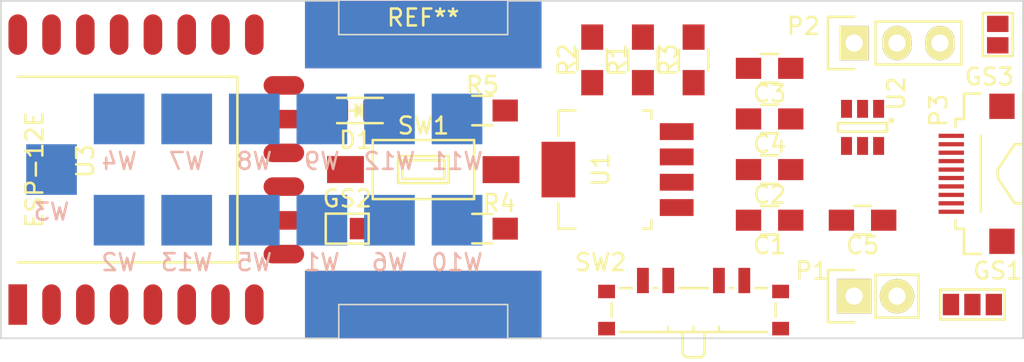
<source format=kicad_pcb>
(kicad_pcb (version 4) (host pcbnew 4.0.1-stable)

  (general
    (links 64)
    (no_connects 64)
    (area 117.949999 129.949999 178.550001 150.050001)
    (thickness 1.6)
    (drawings 12)
    (tracks 1)
    (zones 0)
    (modules 37)
    (nets 33)
  )

  (page A4)
  (layers
    (0 F.Cu signal)
    (31 B.Cu signal)
    (32 B.Adhes user hide)
    (33 F.Adhes user hide)
    (34 B.Paste user hide)
    (35 F.Paste user hide)
    (36 B.SilkS user)
    (37 F.SilkS user)
    (38 B.Mask user)
    (39 F.Mask user)
    (40 Dwgs.User user hide)
    (41 Cmts.User user hide)
    (42 Eco1.User user)
    (43 Eco2.User user hide)
    (44 Edge.Cuts user)
    (45 Margin user hide)
    (46 B.CrtYd user hide)
    (47 F.CrtYd user hide)
    (48 B.Fab user hide)
    (49 F.Fab user hide)
  )

  (setup
    (last_trace_width 0.254)
    (user_trace_width 0.1524)
    (user_trace_width 0.254)
    (trace_clearance 0.1524)
    (zone_clearance 0.1)
    (zone_45_only yes)
    (trace_min 0.1524)
    (segment_width 0.2)
    (edge_width 0.1)
    (via_size 0.6858)
    (via_drill 0.3302)
    (via_min_size 0.6858)
    (via_min_drill 0.3302)
    (uvia_size 0.762)
    (uvia_drill 0.508)
    (uvias_allowed no)
    (uvia_min_size 0)
    (uvia_min_drill 0)
    (pcb_text_width 0.3)
    (pcb_text_size 1.5 1.5)
    (mod_edge_width 0.15)
    (mod_text_size 1 1)
    (mod_text_width 0.15)
    (pad_size 3.8 10)
    (pad_drill 1.8)
    (pad_to_mask_clearance 0)
    (aux_axis_origin 0 0)
    (visible_elements 7FFFFFFF)
    (pcbplotparams
      (layerselection 0x00030_80000001)
      (usegerberextensions false)
      (excludeedgelayer true)
      (linewidth 0.100000)
      (plotframeref false)
      (viasonmask false)
      (mode 1)
      (useauxorigin false)
      (hpglpennumber 1)
      (hpglpenspeed 20)
      (hpglpendiameter 15)
      (hpglpenoverlay 2)
      (psnegative false)
      (psa4output false)
      (plotreference true)
      (plotvalue true)
      (plotinvisibletext false)
      (padsonsilk false)
      (subtractmaskfromsilk false)
      (outputformat 4)
      (mirror false)
      (drillshape 0)
      (scaleselection 1)
      (outputdirectory output/))
  )

  (net 0 "")
  (net 1 "Net-(C5-Pad1)")
  (net 2 "Net-(C5-Pad2)")
  (net 3 "Net-(P2-Pad2)")
  (net 4 "Net-(P2-Pad3)")
  (net 5 "Net-(P3-Pad1)")
  (net 6 "Net-(P3-Pad2)")
  (net 7 "Net-(R5-Pad2)")
  (net 8 "Net-(SW2-Pad2)")
  (net 9 "Net-(U1-Pad2)")
  (net 10 "Net-(U3-Pad2)")
  (net 11 +BATT)
  (net 12 GND)
  (net 13 +3V3)
  (net 14 +5V)
  (net 15 /MODECOM)
  (net 16 "Net-(GS2-Pad1)")
  (net 17 /RST)
  (net 18 /GPIO2)
  (net 19 /CH_PD)
  (net 20 /GPIO15)
  (net 21 "Net-(D1-Pad1)")
  (net 22 /GPIO0)
  (net 23 /GPIO4)
  (net 24 /GPIO5)
  (net 25 "Net-(U3-Pad9)")
  (net 26 "Net-(U3-Pad10)")
  (net 27 "Net-(U3-Pad11)")
  (net 28 "Net-(U3-Pad12)")
  (net 29 "Net-(U3-Pad13)")
  (net 30 "Net-(U3-Pad14)")
  (net 31 "Net-(U3-Pad6)")
  (net 32 "Net-(GS3-Pad2)")

  (net_class Default "This is the default net class."
    (clearance 0.1524)
    (trace_width 0.1524)
    (via_dia 0.6858)
    (via_drill 0.3302)
    (uvia_dia 0.762)
    (uvia_drill 0.508)
    (add_net +3V3)
    (add_net +5V)
    (add_net +BATT)
    (add_net /CH_PD)
    (add_net /GPIO0)
    (add_net /GPIO15)
    (add_net /GPIO2)
    (add_net /GPIO4)
    (add_net /GPIO5)
    (add_net /MODECOM)
    (add_net /RST)
    (add_net GND)
    (add_net "Net-(C5-Pad1)")
    (add_net "Net-(C5-Pad2)")
    (add_net "Net-(D1-Pad1)")
    (add_net "Net-(GS2-Pad1)")
    (add_net "Net-(GS3-Pad2)")
    (add_net "Net-(P2-Pad2)")
    (add_net "Net-(P2-Pad3)")
    (add_net "Net-(P3-Pad1)")
    (add_net "Net-(P3-Pad2)")
    (add_net "Net-(R5-Pad2)")
    (add_net "Net-(SW2-Pad2)")
    (add_net "Net-(U1-Pad2)")
    (add_net "Net-(U3-Pad10)")
    (add_net "Net-(U3-Pad11)")
    (add_net "Net-(U3-Pad12)")
    (add_net "Net-(U3-Pad13)")
    (add_net "Net-(U3-Pad14)")
    (add_net "Net-(U3-Pad2)")
    (add_net "Net-(U3-Pad6)")
    (add_net "Net-(U3-Pad9)")
  )

  (net_class wider ""
    (clearance 0.2032)
    (trace_width 0.2032)
    (via_dia 0.6858)
    (via_drill 0.3302)
    (uvia_dia 0.762)
    (uvia_drill 0.508)
  )

  (module Board_Soldering (layer F.Cu) (tedit 579CC6A1) (tstamp 579CC54B)
    (at 143 148)
    (descr "Mesurement Point, Square, SMD Pad,  3mm x 3mm,")
    (tags "Mesurement Point Square SMD Pad 3x3mm")
    (attr virtual)
    (fp_text reference REF** (at 0 1) (layer F.SilkS) hide
      (effects (font (size 1 1) (thickness 0.15)))
    )
    (fp_text value Board_Soldering (at 0 3) (layer F.Fab)
      (effects (font (size 1 1) (thickness 0.15)))
    )
    (fp_line (start -1.75 -1.75) (end 1.75 -1.75) (layer F.CrtYd) (width 0.05))
    (fp_line (start 1.75 -1.75) (end 1.75 1.75) (layer F.CrtYd) (width 0.05))
    (fp_line (start 1.75 1.75) (end -1.75 1.75) (layer F.CrtYd) (width 0.05))
    (fp_line (start -1.75 1.75) (end -1.75 -1.75) (layer F.CrtYd) (width 0.05))
    (pad 1 smd rect (at 0 0) (size 14 4) (layers F.Cu F.Mask))
    (pad 2 smd rect (at 0 0) (size 14 4) (layers B.Cu B.Mask))
  )

  (module custom_footprints:ESP-12E (layer F.Cu) (tedit 579B4571) (tstamp 579CB7D9)
    (at 119 148 90)
    (descr "Module, ESP-8266, ESP-12, 16 pad, SMD")
    (tags "Module ESP-8266 ESP8266")
    (path /579C8B22)
    (fp_text reference U3 (at 8.5 4 90) (layer F.SilkS)
      (effects (font (size 1 1) (thickness 0.15)))
    )
    (fp_text value ESP-12E (at 8 1 90) (layer F.SilkS)
      (effects (font (size 1 1) (thickness 0.15)))
    )
    (fp_line (start 2.5 0) (end 2.5 13) (layer F.SilkS) (width 0.15))
    (fp_line (start 2.5 13) (end 13.5 13) (layer F.SilkS) (width 0.15))
    (fp_line (start 13.5 13) (end 13.5 0) (layer F.SilkS) (width 0.15))
    (pad 9 smd oval (at 2.99 15.75 180) (size 2.4 1.1) (layers F.Cu F.Paste F.Mask)
      (net 25 "Net-(U3-Pad9)"))
    (pad 10 smd oval (at 4.99 15.75 180) (size 2.4 1.1) (layers F.Cu F.Paste F.Mask)
      (net 26 "Net-(U3-Pad10)"))
    (pad 11 smd oval (at 6.99 15.75 180) (size 2.4 1.1) (layers F.Cu F.Paste F.Mask)
      (net 27 "Net-(U3-Pad11)"))
    (pad 12 smd oval (at 8.99 15.75 180) (size 2.4 1.1) (layers F.Cu F.Paste F.Mask)
      (net 28 "Net-(U3-Pad12)"))
    (pad 13 smd oval (at 10.99 15.75 180) (size 2.4 1.1) (layers F.Cu F.Paste F.Mask)
      (net 29 "Net-(U3-Pad13)"))
    (pad 14 smd oval (at 12.99 15.75 180) (size 2.4 1.1) (layers F.Cu F.Paste F.Mask)
      (net 30 "Net-(U3-Pad14)"))
    (pad 1 smd rect (at 0 0 90) (size 2.4 1.1) (layers F.Cu F.Paste F.Mask)
      (net 17 /RST))
    (pad 2 smd oval (at 0 2 90) (size 2.4 1.1) (layers F.Cu F.Paste F.Mask)
      (net 10 "Net-(U3-Pad2)"))
    (pad 3 smd oval (at 0 4 90) (size 2.4 1.1) (layers F.Cu F.Paste F.Mask)
      (net 19 /CH_PD))
    (pad 4 smd oval (at 0 6 90) (size 2.4 1.1) (layers F.Cu F.Paste F.Mask)
      (net 16 "Net-(GS2-Pad1)"))
    (pad 5 smd oval (at 0 8 90) (size 2.4 1.1) (layers F.Cu F.Paste F.Mask)
      (net 5 "Net-(P3-Pad1)"))
    (pad 6 smd oval (at 0 10 90) (size 2.4 1.1) (layers F.Cu F.Paste F.Mask)
      (net 31 "Net-(U3-Pad6)"))
    (pad 7 smd oval (at 0 12 90) (size 2.4 1.1) (layers F.Cu F.Paste F.Mask)
      (net 6 "Net-(P3-Pad2)"))
    (pad 8 smd oval (at 0 14 90) (size 2.4 1.1) (layers F.Cu F.Paste F.Mask)
      (net 13 +3V3))
    (pad 15 smd oval (at 16 14 90) (size 2.4 1.1) (layers F.Cu F.Paste F.Mask)
      (net 12 GND))
    (pad 16 smd oval (at 16 12 90) (size 2.4 1.1) (layers F.Cu F.Paste F.Mask)
      (net 20 /GPIO15))
    (pad 17 smd oval (at 16 10 90) (size 2.4 1.1) (layers F.Cu F.Paste F.Mask)
      (net 18 /GPIO2))
    (pad 18 smd oval (at 16 8 90) (size 2.4 1.1) (layers F.Cu F.Paste F.Mask)
      (net 22 /GPIO0))
    (pad 19 smd oval (at 16 6 90) (size 2.4 1.1) (layers F.Cu F.Paste F.Mask)
      (net 23 /GPIO4))
    (pad 20 smd oval (at 16 4 90) (size 2.4 1.1) (layers F.Cu F.Paste F.Mask)
      (net 24 /GPIO5))
    (pad 21 smd oval (at 16 2 90) (size 2.4 1.1) (layers F.Cu F.Paste F.Mask)
      (net 3 "Net-(P2-Pad2)"))
    (pad 22 smd oval (at 16 0 90) (size 2.4 1.1) (layers F.Cu F.Paste F.Mask)
      (net 4 "Net-(P2-Pad3)"))
    (model ${ESPLIB}/ESP8266.3dshapes/ESP-12.wrl
      (at (xyz 0.04 0 0))
      (scale (xyz 0.3937 0.3937 0.3937))
      (rotate (xyz 0 0 0))
    )
  )

  (module Capacitors_SMD:C_0805_HandSoldering (layer F.Cu) (tedit 579CC6BE) (tstamp 579CB685)
    (at 163.5 143)
    (descr "Capacitor SMD 0805, hand soldering")
    (tags "capacitor 0805")
    (path /579B54E0)
    (attr smd)
    (fp_text reference C1 (at 0 1.5) (layer F.SilkS)
      (effects (font (size 1 1) (thickness 0.15)))
    )
    (fp_text value 2.2uF (at 0 2.1) (layer F.Fab)
      (effects (font (size 1 1) (thickness 0.15)))
    )
    (fp_line (start -2.3 -1) (end 2.3 -1) (layer F.CrtYd) (width 0.05))
    (fp_line (start -2.3 1) (end 2.3 1) (layer F.CrtYd) (width 0.05))
    (fp_line (start -2.3 -1) (end -2.3 1) (layer F.CrtYd) (width 0.05))
    (fp_line (start 2.3 -1) (end 2.3 1) (layer F.CrtYd) (width 0.05))
    (fp_line (start 0.5 -0.85) (end -0.5 -0.85) (layer F.SilkS) (width 0.15))
    (fp_line (start -0.5 0.85) (end 0.5 0.85) (layer F.SilkS) (width 0.15))
    (pad 1 smd rect (at -1.25 0) (size 1.5 1.25) (layers F.Cu F.Paste F.Mask)
      (net 11 +BATT))
    (pad 2 smd rect (at 1.25 0) (size 1.5 1.25) (layers F.Cu F.Paste F.Mask)
      (net 12 GND))
    (model Capacitors_SMD.3dshapes/C_0805_HandSoldering.wrl
      (at (xyz 0 0 0))
      (scale (xyz 1 1 1))
      (rotate (xyz 0 0 0))
    )
  )

  (module Capacitors_SMD:C_0805_HandSoldering (layer F.Cu) (tedit 579CC6BA) (tstamp 579CB691)
    (at 163.5 140)
    (descr "Capacitor SMD 0805, hand soldering")
    (tags "capacitor 0805")
    (path /579B5496)
    (attr smd)
    (fp_text reference C2 (at 0 1.5) (layer F.SilkS)
      (effects (font (size 1 1) (thickness 0.15)))
    )
    (fp_text value 2.2uF (at 0 2.1) (layer F.Fab)
      (effects (font (size 1 1) (thickness 0.15)))
    )
    (fp_line (start -2.3 -1) (end 2.3 -1) (layer F.CrtYd) (width 0.05))
    (fp_line (start -2.3 1) (end 2.3 1) (layer F.CrtYd) (width 0.05))
    (fp_line (start -2.3 -1) (end -2.3 1) (layer F.CrtYd) (width 0.05))
    (fp_line (start 2.3 -1) (end 2.3 1) (layer F.CrtYd) (width 0.05))
    (fp_line (start 0.5 -0.85) (end -0.5 -0.85) (layer F.SilkS) (width 0.15))
    (fp_line (start -0.5 0.85) (end 0.5 0.85) (layer F.SilkS) (width 0.15))
    (pad 1 smd rect (at -1.25 0) (size 1.5 1.25) (layers F.Cu F.Paste F.Mask)
      (net 13 +3V3))
    (pad 2 smd rect (at 1.25 0) (size 1.5 1.25) (layers F.Cu F.Paste F.Mask)
      (net 12 GND))
    (model Capacitors_SMD.3dshapes/C_0805_HandSoldering.wrl
      (at (xyz 0 0 0))
      (scale (xyz 1 1 1))
      (rotate (xyz 0 0 0))
    )
  )

  (module Capacitors_SMD:C_0805_HandSoldering (layer F.Cu) (tedit 579CC6C1) (tstamp 579CB69D)
    (at 163.5 134)
    (descr "Capacitor SMD 0805, hand soldering")
    (tags "capacitor 0805")
    (path /579CB3C0)
    (attr smd)
    (fp_text reference C3 (at 0 1.5) (layer F.SilkS)
      (effects (font (size 1 1) (thickness 0.15)))
    )
    (fp_text value 1uF (at 0 2.1) (layer F.Fab)
      (effects (font (size 1 1) (thickness 0.15)))
    )
    (fp_line (start -2.3 -1) (end 2.3 -1) (layer F.CrtYd) (width 0.05))
    (fp_line (start -2.3 1) (end 2.3 1) (layer F.CrtYd) (width 0.05))
    (fp_line (start -2.3 -1) (end -2.3 1) (layer F.CrtYd) (width 0.05))
    (fp_line (start 2.3 -1) (end 2.3 1) (layer F.CrtYd) (width 0.05))
    (fp_line (start 0.5 -0.85) (end -0.5 -0.85) (layer F.SilkS) (width 0.15))
    (fp_line (start -0.5 0.85) (end 0.5 0.85) (layer F.SilkS) (width 0.15))
    (pad 1 smd rect (at -1.25 0) (size 1.5 1.25) (layers F.Cu F.Paste F.Mask)
      (net 13 +3V3))
    (pad 2 smd rect (at 1.25 0) (size 1.5 1.25) (layers F.Cu F.Paste F.Mask)
      (net 12 GND))
    (model Capacitors_SMD.3dshapes/C_0805_HandSoldering.wrl
      (at (xyz 0 0 0))
      (scale (xyz 1 1 1))
      (rotate (xyz 0 0 0))
    )
  )

  (module Capacitors_SMD:C_0805_HandSoldering (layer F.Cu) (tedit 579CC6C3) (tstamp 579CB6A9)
    (at 163.5 137)
    (descr "Capacitor SMD 0805, hand soldering")
    (tags "capacitor 0805")
    (path /579B5529)
    (attr smd)
    (fp_text reference C4 (at 0 1.5) (layer F.SilkS)
      (effects (font (size 1 1) (thickness 0.15)))
    )
    (fp_text value 2.2uF (at 0 2.1) (layer F.Fab)
      (effects (font (size 1 1) (thickness 0.15)))
    )
    (fp_line (start -2.3 -1) (end 2.3 -1) (layer F.CrtYd) (width 0.05))
    (fp_line (start -2.3 1) (end 2.3 1) (layer F.CrtYd) (width 0.05))
    (fp_line (start -2.3 -1) (end -2.3 1) (layer F.CrtYd) (width 0.05))
    (fp_line (start 2.3 -1) (end 2.3 1) (layer F.CrtYd) (width 0.05))
    (fp_line (start 0.5 -0.85) (end -0.5 -0.85) (layer F.SilkS) (width 0.15))
    (fp_line (start -0.5 0.85) (end 0.5 0.85) (layer F.SilkS) (width 0.15))
    (pad 1 smd rect (at -1.25 0) (size 1.5 1.25) (layers F.Cu F.Paste F.Mask)
      (net 14 +5V))
    (pad 2 smd rect (at 1.25 0) (size 1.5 1.25) (layers F.Cu F.Paste F.Mask)
      (net 12 GND))
    (model Capacitors_SMD.3dshapes/C_0805_HandSoldering.wrl
      (at (xyz 0 0 0))
      (scale (xyz 1 1 1))
      (rotate (xyz 0 0 0))
    )
  )

  (module Capacitors_SMD:C_0805_HandSoldering (layer F.Cu) (tedit 579CC6F1) (tstamp 579CB6B5)
    (at 169 143 180)
    (descr "Capacitor SMD 0805, hand soldering")
    (tags "capacitor 0805")
    (path /579B5457)
    (attr smd)
    (fp_text reference C5 (at 0 -1.5 180) (layer F.SilkS)
      (effects (font (size 1 1) (thickness 0.15)))
    )
    (fp_text value 0.22uF (at 0 2.1 180) (layer F.Fab)
      (effects (font (size 1 1) (thickness 0.15)))
    )
    (fp_line (start -2.3 -1) (end 2.3 -1) (layer F.CrtYd) (width 0.05))
    (fp_line (start -2.3 1) (end 2.3 1) (layer F.CrtYd) (width 0.05))
    (fp_line (start -2.3 -1) (end -2.3 1) (layer F.CrtYd) (width 0.05))
    (fp_line (start 2.3 -1) (end 2.3 1) (layer F.CrtYd) (width 0.05))
    (fp_line (start 0.5 -0.85) (end -0.5 -0.85) (layer F.SilkS) (width 0.15))
    (fp_line (start -0.5 0.85) (end 0.5 0.85) (layer F.SilkS) (width 0.15))
    (pad 1 smd rect (at -1.25 0 180) (size 1.5 1.25) (layers F.Cu F.Paste F.Mask)
      (net 1 "Net-(C5-Pad1)"))
    (pad 2 smd rect (at 1.25 0 180) (size 1.5 1.25) (layers F.Cu F.Paste F.Mask)
      (net 2 "Net-(C5-Pad2)"))
    (model Capacitors_SMD.3dshapes/C_0805_HandSoldering.wrl
      (at (xyz 0 0 0))
      (scale (xyz 1 1 1))
      (rotate (xyz 0 0 0))
    )
  )

  (module LEDs:LED_0805 (layer F.Cu) (tedit 55BDE1C2) (tstamp 579CB6C8)
    (at 139 136.5 180)
    (descr "LED 0805 smd package")
    (tags "LED 0805 SMD")
    (path /579B731C)
    (attr smd)
    (fp_text reference D1 (at 0 -1.75 180) (layer F.SilkS)
      (effects (font (size 1 1) (thickness 0.15)))
    )
    (fp_text value Red (at 0 1.75 180) (layer F.Fab)
      (effects (font (size 1 1) (thickness 0.15)))
    )
    (fp_line (start -1.6 0.75) (end 1.1 0.75) (layer F.SilkS) (width 0.15))
    (fp_line (start -1.6 -0.75) (end 1.1 -0.75) (layer F.SilkS) (width 0.15))
    (fp_line (start -0.1 0.15) (end -0.1 -0.1) (layer F.SilkS) (width 0.15))
    (fp_line (start -0.1 -0.1) (end -0.25 0.05) (layer F.SilkS) (width 0.15))
    (fp_line (start -0.35 -0.35) (end -0.35 0.35) (layer F.SilkS) (width 0.15))
    (fp_line (start 0 0) (end 0.35 0) (layer F.SilkS) (width 0.15))
    (fp_line (start -0.35 0) (end 0 -0.35) (layer F.SilkS) (width 0.15))
    (fp_line (start 0 -0.35) (end 0 0.35) (layer F.SilkS) (width 0.15))
    (fp_line (start 0 0.35) (end -0.35 0) (layer F.SilkS) (width 0.15))
    (fp_line (start 1.9 -0.95) (end 1.9 0.95) (layer F.CrtYd) (width 0.05))
    (fp_line (start 1.9 0.95) (end -1.9 0.95) (layer F.CrtYd) (width 0.05))
    (fp_line (start -1.9 0.95) (end -1.9 -0.95) (layer F.CrtYd) (width 0.05))
    (fp_line (start -1.9 -0.95) (end 1.9 -0.95) (layer F.CrtYd) (width 0.05))
    (pad 2 smd rect (at 1.04902 0) (size 1.19888 1.19888) (layers F.Cu F.Paste F.Mask)
      (net 13 +3V3))
    (pad 1 smd rect (at -1.04902 0) (size 1.19888 1.19888) (layers F.Cu F.Paste F.Mask)
      (net 21 "Net-(D1-Pad1)"))
    (model LEDs.3dshapes/LED_0805.wrl
      (at (xyz 0 0 0))
      (scale (xyz 1 1 1))
      (rotate (xyz 0 0 0))
    )
  )

  (module GS3 (layer F.Cu) (tedit 579CCC3E) (tstamp 579CB6D3)
    (at 175.5 148 90)
    (descr "Pontet Goute de soudure")
    (path /579C9834)
    (attr virtual)
    (fp_text reference GS1 (at 2 1.5 180) (layer F.SilkS)
      (effects (font (size 1 1) (thickness 0.15)))
    )
    (fp_text value Mode (at 1.524 0 180) (layer F.Fab)
      (effects (font (size 1 1) (thickness 0.15)))
    )
    (fp_line (start -0.889 -1.905) (end -0.889 1.905) (layer F.SilkS) (width 0.15))
    (fp_line (start -0.889 1.905) (end 0.889 1.905) (layer F.SilkS) (width 0.15))
    (fp_line (start 0.889 1.905) (end 0.889 -1.905) (layer F.SilkS) (width 0.15))
    (fp_line (start -0.889 -1.905) (end 0.889 -1.905) (layer F.SilkS) (width 0.15))
    (pad 1 smd rect (at 0 -1.27 90) (size 1.27 0.9652) (layers F.Cu F.Paste F.Mask)
      (net 12 GND))
    (pad 2 smd rect (at 0 0 90) (size 1.27 0.9652) (layers F.Cu F.Paste F.Mask)
      (net 15 /MODECOM))
    (pad 3 smd rect (at 0 1.27 90) (size 1.27 0.9652) (layers F.Cu F.Paste F.Mask)
      (net 14 +5V))
  )

  (module GS2 (layer F.Cu) (tedit 0) (tstamp 579CB6DD)
    (at 138.5 143.5 90)
    (descr "Pontet Goute de soudure")
    (path /579CBF1B)
    (attr virtual)
    (fp_text reference GS2 (at 1.778 0 180) (layer F.SilkS)
      (effects (font (size 1 1) (thickness 0.15)))
    )
    (fp_text value Wake (at 1.524 0 180) (layer F.Fab)
      (effects (font (size 1 1) (thickness 0.15)))
    )
    (fp_line (start -0.889 -1.27) (end -0.889 1.27) (layer F.SilkS) (width 0.15))
    (fp_line (start 0.889 1.27) (end 0.889 -1.27) (layer F.SilkS) (width 0.15))
    (fp_line (start 0.889 1.27) (end -0.889 1.27) (layer F.SilkS) (width 0.15))
    (fp_line (start -0.889 -1.27) (end 0.889 -1.27) (layer F.SilkS) (width 0.15))
    (pad 1 smd rect (at 0 -0.635 90) (size 1.27 0.9652) (layers F.Cu F.Paste F.Mask)
      (net 16 "Net-(GS2-Pad1)"))
    (pad 2 smd rect (at 0 0.635 90) (size 1.27 0.9652) (layers F.Cu F.Paste F.Mask)
      (net 17 /RST))
  )

  (module GS2 (layer F.Cu) (tedit 579CCC21) (tstamp 579CB6E7)
    (at 177 132)
    (descr "Pontet Goute de soudure")
    (path /579D396C)
    (attr virtual)
    (fp_text reference GS3 (at -0.5 2.5 180) (layer F.SilkS)
      (effects (font (size 1 1) (thickness 0.15)))
    )
    (fp_text value com (at 1.524 0 90) (layer F.Fab)
      (effects (font (size 1 1) (thickness 0.15)))
    )
    (fp_line (start -0.889 -1.27) (end -0.889 1.27) (layer F.SilkS) (width 0.15))
    (fp_line (start 0.889 1.27) (end 0.889 -1.27) (layer F.SilkS) (width 0.15))
    (fp_line (start 0.889 1.27) (end -0.889 1.27) (layer F.SilkS) (width 0.15))
    (fp_line (start -0.889 -1.27) (end 0.889 -1.27) (layer F.SilkS) (width 0.15))
    (pad 1 smd rect (at 0 -0.635) (size 1.27 0.9652) (layers F.Cu F.Paste F.Mask)
      (net 24 /GPIO5))
    (pad 2 smd rect (at 0 0.635) (size 1.27 0.9652) (layers F.Cu F.Paste F.Mask)
      (net 32 "Net-(GS3-Pad2)"))
  )

  (module Socket_Strips:Socket_Strip_Straight_1x03 (layer F.Cu) (tedit 579CCC17) (tstamp 579CB704)
    (at 168.5 132.5)
    (descr "Through hole socket strip")
    (tags "socket strip")
    (path /579C966C)
    (fp_text reference P2 (at -3 -1) (layer F.SilkS)
      (effects (font (size 1 1) (thickness 0.15)))
    )
    (fp_text value Serial (at 7 2) (layer F.Fab)
      (effects (font (size 1 1) (thickness 0.15)))
    )
    (fp_line (start 0 -1.55) (end -1.55 -1.55) (layer F.SilkS) (width 0.15))
    (fp_line (start -1.55 -1.55) (end -1.55 1.55) (layer F.SilkS) (width 0.15))
    (fp_line (start -1.55 1.55) (end 0 1.55) (layer F.SilkS) (width 0.15))
    (fp_line (start -1.75 -1.75) (end -1.75 1.75) (layer F.CrtYd) (width 0.05))
    (fp_line (start 6.85 -1.75) (end 6.85 1.75) (layer F.CrtYd) (width 0.05))
    (fp_line (start -1.75 -1.75) (end 6.85 -1.75) (layer F.CrtYd) (width 0.05))
    (fp_line (start -1.75 1.75) (end 6.85 1.75) (layer F.CrtYd) (width 0.05))
    (fp_line (start 1.27 -1.27) (end 6.35 -1.27) (layer F.SilkS) (width 0.15))
    (fp_line (start 6.35 -1.27) (end 6.35 1.27) (layer F.SilkS) (width 0.15))
    (fp_line (start 6.35 1.27) (end 1.27 1.27) (layer F.SilkS) (width 0.15))
    (fp_line (start 1.27 1.27) (end 1.27 -1.27) (layer F.SilkS) (width 0.15))
    (pad 1 thru_hole rect (at 0 0) (size 1.7272 2.032) (drill 1.016) (layers *.Cu *.Mask F.SilkS)
      (net 12 GND))
    (pad 2 thru_hole oval (at 2.54 0) (size 1.7272 2.032) (drill 1.016) (layers *.Cu *.Mask F.SilkS)
      (net 3 "Net-(P2-Pad2)"))
    (pad 3 thru_hole oval (at 5.08 0) (size 1.7272 2.032) (drill 1.016) (layers *.Cu *.Mask F.SilkS)
      (net 4 "Net-(P2-Pad3)"))
    (model Socket_Strips.3dshapes/Socket_Strip_Straight_1x03.wrl
      (at (xyz 0.1 0 0))
      (scale (xyz 1 1 1))
      (rotate (xyz 0 0 180))
    )
  )

  (module custom_footprints:10pins_0.5mm_PITCH_connector_FPC (layer F.Cu) (tedit 579CCC29) (tstamp 579CB724)
    (at 176 140.5 180)
    (tags 10_FPC_0.5)
    (path /579CA1CB)
    (attr smd)
    (fp_text reference P3 (at 2.5 4 270) (layer F.SilkS)
      (effects (font (size 1 1) (thickness 0.15)))
    )
    (fp_text value Sharp_Memory_LCD (at -3.5 -0.5 270) (layer F.Fab)
      (effects (font (size 1 1) (thickness 0.15)))
    )
    (fp_line (start -2.5 -4.5) (end -2.5 5) (layer F.SilkS) (width 0.15))
    (fp_line (start 1 -3.5) (end 1 -4.5) (layer F.SilkS) (width 0.15))
    (fp_line (start 1 -4.5) (end 0 -4.5) (layer F.SilkS) (width 0.15))
    (fp_line (start 1 3.5) (end 1 5) (layer F.SilkS) (width 0.15))
    (fp_line (start 1 5) (end 0 5) (layer F.SilkS) (width 0.15))
    (fp_line (start 1.5 3) (end 1.5 3.5) (layer F.SilkS) (width 0.15))
    (fp_line (start 1.5 3.5) (end 1 3.5) (layer F.SilkS) (width 0.15))
    (fp_line (start 1 -3.5) (end 1 -3) (layer F.SilkS) (width 0.15))
    (fp_line (start 1 -3) (end 1.5 -3) (layer F.SilkS) (width 0.15))
    (fp_line (start 1.5 -3) (end 1.5 -2.5) (layer F.SilkS) (width 0.15))
    (fp_line (start 0 -2) (end 0 2.5) (layer F.SilkS) (width 0.15))
    (fp_line (start -1 0.5) (end -2 2) (layer F.SilkS) (width 0.15))
    (fp_line (start -2 2) (end -2.5 2) (layer F.SilkS) (width 0.15))
    (fp_line (start -1 0.5) (end -1 0) (layer F.SilkS) (width 0.15))
    (fp_line (start -1 0) (end -2 -1.5) (layer F.SilkS) (width 0.15))
    (fp_line (start -2 -1.5) (end -2.5 -1.5) (layer F.SilkS) (width 0.15))
    (pad "" smd rect (at -1.5 4 180) (size 1.5 1.5) (drill (offset 0.25 0.25)) (layers F.Cu F.Paste F.Mask))
    (pad 1 smd rect (at 1.75 -2 180) (size 1.5 0.25) (layers F.Cu F.Paste F.Mask)
      (net 5 "Net-(P3-Pad1)"))
    (pad 2 smd rect (at 1.75 -1.5 180) (size 1.5 0.25) (layers F.Cu F.Paste F.Mask)
      (net 6 "Net-(P3-Pad2)"))
    (pad 3 smd rect (at 1.75 -1 180) (size 1.5 0.25) (layers F.Cu F.Paste F.Mask)
      (net 23 /GPIO4))
    (pad 4 smd rect (at 1.75 -0.5 180) (size 1.5 0.25) (layers F.Cu F.Paste F.Mask)
      (net 32 "Net-(GS3-Pad2)"))
    (pad 5 smd rect (at 1.75 0 180) (size 1.5 0.25) (layers F.Cu F.Paste F.Mask)
      (net 14 +5V))
    (pad 6 smd rect (at 1.75 0.5 180) (size 1.5 0.25) (layers F.Cu F.Paste F.Mask)
      (net 14 +5V))
    (pad 7 smd rect (at 1.75 1 180) (size 1.5 0.25) (layers F.Cu F.Paste F.Mask)
      (net 14 +5V))
    (pad 8 smd rect (at 1.75 1.5 180) (size 1.5 0.25) (layers F.Cu F.Paste F.Mask)
      (net 15 /MODECOM))
    (pad 9 smd rect (at 1.75 2 180) (size 1.5 0.25) (layers F.Cu F.Paste F.Mask)
      (net 12 GND))
    (pad 10 smd rect (at 1.75 2.5 180) (size 1.5 0.25) (layers F.Cu F.Paste F.Mask)
      (net 12 GND))
    (pad "" smd rect (at -1.5 -4 180) (size 1.5 1.5) (drill (offset 0.25 0.25)) (layers F.Cu F.Paste F.Mask))
    (model Housings_SSOP.3dshapes/TSSOP-10_3x3mm_Pitch0.5mm.wrl
      (at (xyz 0 0 0))
      (scale (xyz 1 1 1))
      (rotate (xyz 0 0 0))
    )
  )

  (module Resistors_SMD:R_0805_HandSoldering (layer F.Cu) (tedit 579CC63D) (tstamp 579CB730)
    (at 156 133.5 90)
    (descr "Resistor SMD 0805, hand soldering")
    (tags "resistor 0805")
    (path /579CD35D)
    (attr smd)
    (fp_text reference R1 (at 0 -1.5 90) (layer F.SilkS)
      (effects (font (size 1 1) (thickness 0.15)))
    )
    (fp_text value 10K (at 0 2.1 90) (layer F.Fab)
      (effects (font (size 1 1) (thickness 0.15)))
    )
    (fp_line (start -2.4 -1) (end 2.4 -1) (layer F.CrtYd) (width 0.05))
    (fp_line (start -2.4 1) (end 2.4 1) (layer F.CrtYd) (width 0.05))
    (fp_line (start -2.4 -1) (end -2.4 1) (layer F.CrtYd) (width 0.05))
    (fp_line (start 2.4 -1) (end 2.4 1) (layer F.CrtYd) (width 0.05))
    (fp_line (start 0.6 0.875) (end -0.6 0.875) (layer F.SilkS) (width 0.15))
    (fp_line (start -0.6 -0.875) (end 0.6 -0.875) (layer F.SilkS) (width 0.15))
    (pad 1 smd rect (at -1.35 0 90) (size 1.5 1.3) (layers F.Cu F.Paste F.Mask)
      (net 13 +3V3))
    (pad 2 smd rect (at 1.35 0 90) (size 1.5 1.3) (layers F.Cu F.Paste F.Mask)
      (net 17 /RST))
    (model Resistors_SMD.3dshapes/R_0805_HandSoldering.wrl
      (at (xyz 0 0 0))
      (scale (xyz 1 1 1))
      (rotate (xyz 0 0 0))
    )
  )

  (module Resistors_SMD:R_0805_HandSoldering (layer F.Cu) (tedit 579CC63A) (tstamp 579CB73C)
    (at 153 133.5 90)
    (descr "Resistor SMD 0805, hand soldering")
    (tags "resistor 0805")
    (path /579CFE67)
    (attr smd)
    (fp_text reference R2 (at 0 -1.5 90) (layer F.SilkS)
      (effects (font (size 1 1) (thickness 0.15)))
    )
    (fp_text value 10K (at 0 2.1 90) (layer F.Fab)
      (effects (font (size 1 1) (thickness 0.15)))
    )
    (fp_line (start -2.4 -1) (end 2.4 -1) (layer F.CrtYd) (width 0.05))
    (fp_line (start -2.4 1) (end 2.4 1) (layer F.CrtYd) (width 0.05))
    (fp_line (start -2.4 -1) (end -2.4 1) (layer F.CrtYd) (width 0.05))
    (fp_line (start 2.4 -1) (end 2.4 1) (layer F.CrtYd) (width 0.05))
    (fp_line (start 0.6 0.875) (end -0.6 0.875) (layer F.SilkS) (width 0.15))
    (fp_line (start -0.6 -0.875) (end 0.6 -0.875) (layer F.SilkS) (width 0.15))
    (pad 1 smd rect (at -1.35 0 90) (size 1.5 1.3) (layers F.Cu F.Paste F.Mask)
      (net 13 +3V3))
    (pad 2 smd rect (at 1.35 0 90) (size 1.5 1.3) (layers F.Cu F.Paste F.Mask)
      (net 18 /GPIO2))
    (model Resistors_SMD.3dshapes/R_0805_HandSoldering.wrl
      (at (xyz 0 0 0))
      (scale (xyz 1 1 1))
      (rotate (xyz 0 0 0))
    )
  )

  (module Resistors_SMD:R_0805_HandSoldering (layer F.Cu) (tedit 579CC640) (tstamp 579CB748)
    (at 159 133.5 90)
    (descr "Resistor SMD 0805, hand soldering")
    (tags "resistor 0805")
    (path /579D03AE)
    (attr smd)
    (fp_text reference R3 (at 0 -1.5 90) (layer F.SilkS)
      (effects (font (size 1 1) (thickness 0.15)))
    )
    (fp_text value 10K (at 0 2.1 90) (layer F.Fab)
      (effects (font (size 1 1) (thickness 0.15)))
    )
    (fp_line (start -2.4 -1) (end 2.4 -1) (layer F.CrtYd) (width 0.05))
    (fp_line (start -2.4 1) (end 2.4 1) (layer F.CrtYd) (width 0.05))
    (fp_line (start -2.4 -1) (end -2.4 1) (layer F.CrtYd) (width 0.05))
    (fp_line (start 2.4 -1) (end 2.4 1) (layer F.CrtYd) (width 0.05))
    (fp_line (start 0.6 0.875) (end -0.6 0.875) (layer F.SilkS) (width 0.15))
    (fp_line (start -0.6 -0.875) (end 0.6 -0.875) (layer F.SilkS) (width 0.15))
    (pad 1 smd rect (at -1.35 0 90) (size 1.5 1.3) (layers F.Cu F.Paste F.Mask)
      (net 13 +3V3))
    (pad 2 smd rect (at 1.35 0 90) (size 1.5 1.3) (layers F.Cu F.Paste F.Mask)
      (net 19 /CH_PD))
    (model Resistors_SMD.3dshapes/R_0805_HandSoldering.wrl
      (at (xyz 0 0 0))
      (scale (xyz 1 1 1))
      (rotate (xyz 0 0 0))
    )
  )

  (module Resistors_SMD:R_0805_HandSoldering (layer F.Cu) (tedit 579CC727) (tstamp 579CB754)
    (at 146.5 143.5)
    (descr "Resistor SMD 0805, hand soldering")
    (tags "resistor 0805")
    (path /579D015E)
    (attr smd)
    (fp_text reference R4 (at 1 -1.5) (layer F.SilkS)
      (effects (font (size 1 1) (thickness 0.15)))
    )
    (fp_text value 10K (at 0 2.1) (layer F.Fab)
      (effects (font (size 1 1) (thickness 0.15)))
    )
    (fp_line (start -2.4 -1) (end 2.4 -1) (layer F.CrtYd) (width 0.05))
    (fp_line (start -2.4 1) (end 2.4 1) (layer F.CrtYd) (width 0.05))
    (fp_line (start -2.4 -1) (end -2.4 1) (layer F.CrtYd) (width 0.05))
    (fp_line (start 2.4 -1) (end 2.4 1) (layer F.CrtYd) (width 0.05))
    (fp_line (start 0.6 0.875) (end -0.6 0.875) (layer F.SilkS) (width 0.15))
    (fp_line (start -0.6 -0.875) (end 0.6 -0.875) (layer F.SilkS) (width 0.15))
    (pad 1 smd rect (at -1.35 0) (size 1.5 1.3) (layers F.Cu F.Paste F.Mask)
      (net 20 /GPIO15))
    (pad 2 smd rect (at 1.35 0) (size 1.5 1.3) (layers F.Cu F.Paste F.Mask)
      (net 12 GND))
    (model Resistors_SMD.3dshapes/R_0805_HandSoldering.wrl
      (at (xyz 0 0 0))
      (scale (xyz 1 1 1))
      (rotate (xyz 0 0 0))
    )
  )

  (module Resistors_SMD:R_0805_HandSoldering (layer F.Cu) (tedit 579CC64C) (tstamp 579CB760)
    (at 146.5 136.5)
    (descr "Resistor SMD 0805, hand soldering")
    (tags "resistor 0805")
    (path /579B55E5)
    (attr smd)
    (fp_text reference R5 (at 0 -1.5) (layer F.SilkS)
      (effects (font (size 1 1) (thickness 0.15)))
    )
    (fp_text value 1K (at 0 2.1) (layer F.Fab)
      (effects (font (size 1 1) (thickness 0.15)))
    )
    (fp_line (start -2.4 -1) (end 2.4 -1) (layer F.CrtYd) (width 0.05))
    (fp_line (start -2.4 1) (end 2.4 1) (layer F.CrtYd) (width 0.05))
    (fp_line (start -2.4 -1) (end -2.4 1) (layer F.CrtYd) (width 0.05))
    (fp_line (start 2.4 -1) (end 2.4 1) (layer F.CrtYd) (width 0.05))
    (fp_line (start 0.6 0.875) (end -0.6 0.875) (layer F.SilkS) (width 0.15))
    (fp_line (start -0.6 -0.875) (end 0.6 -0.875) (layer F.SilkS) (width 0.15))
    (pad 1 smd rect (at -1.35 0) (size 1.5 1.3) (layers F.Cu F.Paste F.Mask)
      (net 21 "Net-(D1-Pad1)"))
    (pad 2 smd rect (at 1.35 0) (size 1.5 1.3) (layers F.Cu F.Paste F.Mask)
      (net 7 "Net-(R5-Pad2)"))
    (model Resistors_SMD.3dshapes/R_0805_HandSoldering.wrl
      (at (xyz 0 0 0))
      (scale (xyz 1 1 1))
      (rotate (xyz 0 0 0))
    )
  )

  (module Buttons_Switches_SMD:SW_SPST_FSMSM (layer F.Cu) (tedit 555C8B1B) (tstamp 579CB776)
    (at 143 140)
    (descr http://www.te.com/commerce/DocumentDelivery/DDEController?Action=srchrtrv&DocNm=1437566-3&DocType=Customer+Drawing&DocLang=English)
    (tags "SPST button tactile switch")
    (path /579B51AC)
    (attr smd)
    (fp_text reference SW1 (at 0.01011 -2.60022) (layer F.SilkS)
      (effects (font (size 1 1) (thickness 0.15)))
    )
    (fp_text value Reset (at 0.01011 -0.00022) (layer F.Fab)
      (effects (font (size 1 1) (thickness 0.15)))
    )
    (fp_line (start -1.23989 -0.55022) (end 1.26011 -0.55022) (layer F.SilkS) (width 0.15))
    (fp_line (start 1.26011 -0.55022) (end 1.26011 0.54978) (layer F.SilkS) (width 0.15))
    (fp_line (start 1.26011 0.54978) (end -1.23989 0.54978) (layer F.SilkS) (width 0.15))
    (fp_line (start -1.23989 0.54978) (end -1.23989 -0.55022) (layer F.SilkS) (width 0.15))
    (fp_line (start -1.48989 0.79978) (end 1.51011 0.79978) (layer F.SilkS) (width 0.15))
    (fp_line (start -1.48989 -0.80022) (end 1.51011 -0.80022) (layer F.SilkS) (width 0.15))
    (fp_line (start 1.51011 -0.80022) (end 1.51011 0.79978) (layer F.SilkS) (width 0.15))
    (fp_line (start -1.48989 -0.80022) (end -1.48989 0.79978) (layer F.SilkS) (width 0.15))
    (fp_line (start -5.95 2) (end 5.95 2) (layer F.CrtYd) (width 0.05))
    (fp_line (start 5.95 -2) (end 5.95 2) (layer F.CrtYd) (width 0.05))
    (fp_line (start -2.98989 1.74978) (end 3.01011 1.74978) (layer F.SilkS) (width 0.15))
    (fp_line (start -2.98989 -1.75022) (end 3.01011 -1.75022) (layer F.SilkS) (width 0.15))
    (fp_line (start -2.98989 -1.75022) (end -2.98989 1.74978) (layer F.SilkS) (width 0.15))
    (fp_line (start 3.01011 -1.75022) (end 3.01011 1.74978) (layer F.SilkS) (width 0.15))
    (fp_line (start -5.95 -2) (end -5.95 2) (layer F.CrtYd) (width 0.05))
    (fp_line (start -5.95 -2) (end 5.95 -2) (layer F.CrtYd) (width 0.05))
    (pad 1 smd rect (at -4.60243 -0.00232) (size 2.18 1.6) (layers F.Cu F.Paste F.Mask)
      (net 17 /RST))
    (pad 2 smd rect (at 4.60243 0.00232) (size 2.18 1.6) (layers F.Cu F.Paste F.Mask)
      (net 12 GND))
  )

  (module Buttons_Switches_SMD:SW_SP3T_PCM13 (layer F.Cu) (tedit 579CC709) (tstamp 579CB79C)
    (at 159 148)
    (descr "Ultraminiature Surface Mount Slide Switch")
    (path /579B5181)
    (attr smd)
    (fp_text reference SW2 (at -5.5 -2.5) (layer F.SilkS)
      (effects (font (size 1 1) (thickness 0.15)))
    )
    (fp_text value Flash (at 0 0.325) (layer F.Fab)
      (effects (font (size 1 1) (thickness 0.15)))
    )
    (fp_line (start -1.5 1.625) (end -1.5 1.325) (layer F.SilkS) (width 0.15))
    (fp_line (start 1.5 1.325) (end 1.5 1.625) (layer F.SilkS) (width 0.15))
    (fp_line (start 0 1.325) (end 0 1.625) (layer F.SilkS) (width 0.15))
    (fp_line (start -4.35 -0.975) (end -3.65 -0.975) (layer F.SilkS) (width 0.15))
    (fp_line (start 3.65 -0.975) (end 4.35 -0.975) (layer F.SilkS) (width 0.15))
    (fp_line (start -2.35 -0.975) (end -2.15 -0.975) (layer F.SilkS) (width 0.15))
    (fp_line (start 2.15 -0.975) (end 2.35 -0.975) (layer F.SilkS) (width 0.15))
    (fp_line (start -5.9 -2.45) (end 5.9 -2.45) (layer F.CrtYd) (width 0.05))
    (fp_line (start 5.9 -2.45) (end 5.9 2.1) (layer F.CrtYd) (width 0.05))
    (fp_line (start 5.9 2.1) (end 2.4 2.1) (layer F.CrtYd) (width 0.05))
    (fp_line (start 2.4 2.1) (end 2.4 3.4) (layer F.CrtYd) (width 0.05))
    (fp_line (start 2.4 3.4) (end -2.4 3.4) (layer F.CrtYd) (width 0.05))
    (fp_line (start -2.4 3.4) (end -2.4 2.1) (layer F.CrtYd) (width 0.05))
    (fp_line (start -2.4 2.1) (end -5.9 2.1) (layer F.CrtYd) (width 0.05))
    (fp_line (start -5.9 2.1) (end -5.9 -2.45) (layer F.CrtYd) (width 0.05))
    (fp_line (start -0.65 2.925) (end -0.45 3.125) (layer F.SilkS) (width 0.15))
    (fp_line (start 0.65 2.925) (end 0.45 3.125) (layer F.SilkS) (width 0.15))
    (fp_line (start -0.65 1.625) (end -0.65 2.925) (layer F.SilkS) (width 0.15))
    (fp_line (start 0.45 3.125) (end -0.45 3.125) (layer F.SilkS) (width 0.15))
    (fp_line (start 0.65 2.925) (end 0.65 1.625) (layer F.SilkS) (width 0.15))
    (fp_line (start -4.35 1.625) (end 4.35 1.625) (layer F.SilkS) (width 0.15))
    (fp_line (start -0.85 -0.975) (end 0.85 -0.975) (layer F.SilkS) (width 0.15))
    (fp_line (start -4.85 -0.075) (end -4.85 0.725) (layer F.SilkS) (width 0.15))
    (fp_line (start 4.85 0.725) (end 4.85 -0.075) (layer F.SilkS) (width 0.15))
    (pad "" np_thru_hole circle (at -2.5 0.325) (size 0.9 0.9) (drill 0.9) (layers *.Cu *.Mask))
    (pad "" np_thru_hole circle (at 2.5 0.325) (size 0.9 0.9) (drill 0.9) (layers *.Cu *.Mask))
    (pad 1 smd rect (at -3 -1.425) (size 0.7 1.5) (layers F.Cu F.Paste F.Mask)
      (net 12 GND))
    (pad 2 smd rect (at -1.5 -1.425) (size 0.7 1.5) (layers F.Cu F.Paste F.Mask)
      (net 8 "Net-(SW2-Pad2)"))
    (pad 3 smd rect (at 1.5 -1.425) (size 0.7 1.5) (layers F.Cu F.Paste F.Mask)
      (net 22 /GPIO0))
    (pad 4 smd rect (at 3 -1.425) (size 0.7 1.5) (layers F.Cu F.Paste F.Mask)
      (net 7 "Net-(R5-Pad2)"))
    (pad "" smd rect (at -5.15 1.425) (size 1 0.8) (layers F.Cu F.Paste F.Mask))
    (pad "" smd rect (at 5.15 1.425) (size 1 0.8) (layers F.Cu F.Paste F.Mask))
    (pad "" smd rect (at 5.15 -0.775) (size 1 0.8) (layers F.Cu F.Paste F.Mask))
    (pad "" smd rect (at -5.15 -0.775) (size 1 0.8) (layers F.Cu F.Paste F.Mask))
  )

  (module custom_footprints:SOT-223-5 (layer F.Cu) (tedit 579B4104) (tstamp 579CB7AD)
    (at 155 140 90)
    (descr "module CMS SOT223 5 pins")
    (tags "CMS SOT")
    (path /579C8BE0)
    (attr smd)
    (fp_text reference U1 (at 0 -1.5 90) (layer F.SilkS)
      (effects (font (size 1 1) (thickness 0.15)))
    )
    (fp_text value LP38692 (at 0 0.5 90) (layer F.Fab)
      (effects (font (size 1 1) (thickness 0.15)))
    )
    (fp_line (start -3.5 -3) (end -3.5 -4) (layer F.SilkS) (width 0.15))
    (fp_line (start -3.5 -4) (end -2 -4) (layer F.SilkS) (width 0.15))
    (fp_line (start 3 1.5) (end 3.5 1.5) (layer F.SilkS) (width 0.15))
    (fp_line (start 3.5 1.5) (end 3.5 1) (layer F.SilkS) (width 0.15))
    (fp_line (start -3.5 1) (end -3.5 1.5) (layer F.SilkS) (width 0.15))
    (fp_line (start -3.5 1.5) (end -3 1.5) (layer F.SilkS) (width 0.15))
    (fp_line (start 2 -4) (end 3.5 -4) (layer F.SilkS) (width 0.15))
    (fp_line (start 3.5 -4) (end 3.5 -3) (layer F.SilkS) (width 0.15))
    (pad 4 smd rect (at 2.25 3 90) (size 1 2) (layers F.Cu F.Paste F.Mask)
      (net 11 +BATT))
    (pad 5 smd rect (at 0 -4 90) (size 3.3 2) (layers F.Cu F.Paste F.Mask)
      (net 12 GND))
    (pad 2 smd rect (at -0.75 3 90) (size 1 2) (layers F.Cu F.Paste F.Mask)
      (net 9 "Net-(U1-Pad2)"))
    (pad 3 smd rect (at 0.75 3 90) (size 1 2) (layers F.Cu F.Paste F.Mask)
      (net 13 +3V3))
    (pad 1 smd rect (at -2.25 3 90) (size 1 2) (layers F.Cu F.Paste F.Mask)
      (net 11 +BATT))
    (model TO_SOT_Packages_SMD.3dshapes/SOT-223.wrl
      (at (xyz 0 0 0))
      (scale (xyz 0.4 0.4 0.4))
      (rotate (xyz 0 0 0))
    )
  )

  (module TO_SOT_Packages_SMD:SOT-23-6 (layer F.Cu) (tedit 579CC6E5) (tstamp 579CB7BC)
    (at 169 137.5 270)
    (descr "6-pin SOT-23 package")
    (tags SOT-23-6)
    (path /579C8C63)
    (attr smd)
    (fp_text reference U2 (at -2 -2 270) (layer F.SilkS)
      (effects (font (size 1 1) (thickness 0.15)))
    )
    (fp_text value REG710 (at 0 2.9 270) (layer F.Fab)
      (effects (font (size 1 1) (thickness 0.15)))
    )
    (fp_circle (center -0.4 -1.7) (end -0.3 -1.7) (layer F.SilkS) (width 0.15))
    (fp_line (start 0.25 -1.45) (end -0.25 -1.45) (layer F.SilkS) (width 0.15))
    (fp_line (start 0.25 1.45) (end 0.25 -1.45) (layer F.SilkS) (width 0.15))
    (fp_line (start -0.25 1.45) (end 0.25 1.45) (layer F.SilkS) (width 0.15))
    (fp_line (start -0.25 -1.45) (end -0.25 1.45) (layer F.SilkS) (width 0.15))
    (pad 1 smd rect (at -1.1 -0.95 270) (size 1.06 0.65) (layers F.Cu F.Paste F.Mask)
      (net 14 +5V))
    (pad 2 smd rect (at -1.1 0 270) (size 1.06 0.65) (layers F.Cu F.Paste F.Mask)
      (net 12 GND))
    (pad 3 smd rect (at -1.1 0.95 270) (size 1.06 0.65) (layers F.Cu F.Paste F.Mask)
      (net 13 +3V3))
    (pad 4 smd rect (at 1.1 0.95 270) (size 1.06 0.65) (layers F.Cu F.Paste F.Mask)
      (net 2 "Net-(C5-Pad2)"))
    (pad 6 smd rect (at 1.1 -0.95 270) (size 1.06 0.65) (layers F.Cu F.Paste F.Mask)
      (net 1 "Net-(C5-Pad1)"))
    (pad 5 smd rect (at 1.1 0 270) (size 1.06 0.65) (layers F.Cu F.Paste F.Mask)
      (net 13 +3V3))
    (model TO_SOT_Packages_SMD.3dshapes/SOT-23-6.wrl
      (at (xyz 0 0 0))
      (scale (xyz 1 1 1))
      (rotate (xyz 0 0 0))
    )
  )

  (module Measurement_Points:Measurement_Point_Square-SMD-Pad_Big (layer B.Cu) (tedit 579CC784) (tstamp 579CB7E2)
    (at 137 143)
    (descr "Mesurement Point, Square, SMD Pad,  3mm x 3mm,")
    (tags "Mesurement Point Square SMD Pad 3x3mm")
    (path /579C9998)
    (attr virtual)
    (fp_text reference W1 (at 0 2.5) (layer B.SilkS)
      (effects (font (size 1 1) (thickness 0.15)) (justify mirror))
    )
    (fp_text value G12 (at 0 -3) (layer B.Fab)
      (effects (font (size 1 1) (thickness 0.15)) (justify mirror))
    )
    (fp_line (start -1.75 1.75) (end 1.75 1.75) (layer B.CrtYd) (width 0.05))
    (fp_line (start 1.75 1.75) (end 1.75 -1.75) (layer B.CrtYd) (width 0.05))
    (fp_line (start 1.75 -1.75) (end -1.75 -1.75) (layer B.CrtYd) (width 0.05))
    (fp_line (start -1.75 -1.75) (end -1.75 1.75) (layer B.CrtYd) (width 0.05))
    (pad 1 smd rect (at 0 0) (size 3 3) (layers B.Cu B.Mask)
      (net 31 "Net-(U3-Pad6)"))
  )

  (module Measurement_Points:Measurement_Point_Square-SMD-Pad_Big (layer B.Cu) (tedit 579CC78D) (tstamp 579CB7EB)
    (at 125 143)
    (descr "Mesurement Point, Square, SMD Pad,  3mm x 3mm,")
    (tags "Mesurement Point Square SMD Pad 3x3mm")
    (path /579C98A7)
    (attr virtual)
    (fp_text reference W2 (at 0 2.5) (layer B.SilkS)
      (effects (font (size 1 1) (thickness 0.15)) (justify mirror))
    )
    (fp_text value ADC (at 0 -3) (layer B.Fab)
      (effects (font (size 1 1) (thickness 0.15)) (justify mirror))
    )
    (fp_line (start -1.75 1.75) (end 1.75 1.75) (layer B.CrtYd) (width 0.05))
    (fp_line (start 1.75 1.75) (end 1.75 -1.75) (layer B.CrtYd) (width 0.05))
    (fp_line (start 1.75 -1.75) (end -1.75 -1.75) (layer B.CrtYd) (width 0.05))
    (fp_line (start -1.75 -1.75) (end -1.75 1.75) (layer B.CrtYd) (width 0.05))
    (pad 1 smd rect (at 0 0) (size 3 3) (layers B.Cu B.Mask)
      (net 10 "Net-(U3-Pad2)"))
  )

  (module Measurement_Points:Measurement_Point_Square-SMD-Pad_Big (layer B.Cu) (tedit 579CC790) (tstamp 579CB7F4)
    (at 121 140)
    (descr "Mesurement Point, Square, SMD Pad,  3mm x 3mm,")
    (tags "Mesurement Point Square SMD Pad 3x3mm")
    (path /579CB8C4)
    (attr virtual)
    (fp_text reference W3 (at 0 2.5) (layer B.SilkS)
      (effects (font (size 1 1) (thickness 0.15)) (justify mirror))
    )
    (fp_text value RST (at 0 -3) (layer B.Fab)
      (effects (font (size 1 1) (thickness 0.15)) (justify mirror))
    )
    (fp_line (start -1.75 1.75) (end 1.75 1.75) (layer B.CrtYd) (width 0.05))
    (fp_line (start 1.75 1.75) (end 1.75 -1.75) (layer B.CrtYd) (width 0.05))
    (fp_line (start 1.75 -1.75) (end -1.75 -1.75) (layer B.CrtYd) (width 0.05))
    (fp_line (start -1.75 -1.75) (end -1.75 1.75) (layer B.CrtYd) (width 0.05))
    (pad 1 smd rect (at 0 0) (size 3 3) (layers B.Cu B.Mask)
      (net 17 /RST))
  )

  (module Measurement_Points:Measurement_Point_Square-SMD-Pad_Big (layer B.Cu) (tedit 579CC794) (tstamp 579CB7FD)
    (at 125 137)
    (descr "Mesurement Point, Square, SMD Pad,  3mm x 3mm,")
    (tags "Mesurement Point Square SMD Pad 3x3mm")
    (path /579CB5AC)
    (attr virtual)
    (fp_text reference W4 (at 0 2.5) (layer B.SilkS)
      (effects (font (size 1 1) (thickness 0.15)) (justify mirror))
    )
    (fp_text value G5 (at 0 -3) (layer B.Fab)
      (effects (font (size 1 1) (thickness 0.15)) (justify mirror))
    )
    (fp_line (start -1.75 1.75) (end 1.75 1.75) (layer B.CrtYd) (width 0.05))
    (fp_line (start 1.75 1.75) (end 1.75 -1.75) (layer B.CrtYd) (width 0.05))
    (fp_line (start 1.75 -1.75) (end -1.75 -1.75) (layer B.CrtYd) (width 0.05))
    (fp_line (start -1.75 -1.75) (end -1.75 1.75) (layer B.CrtYd) (width 0.05))
    (pad 1 smd rect (at 0 0) (size 3 3) (layers B.Cu B.Mask)
      (net 24 /GPIO5))
  )

  (module Measurement_Points:Measurement_Point_Square-SMD-Pad_Big (layer B.Cu) (tedit 579CC787) (tstamp 579CB806)
    (at 133 143)
    (descr "Mesurement Point, Square, SMD Pad,  3mm x 3mm,")
    (tags "Mesurement Point Square SMD Pad 3x3mm")
    (path /579CB7E3)
    (attr virtual)
    (fp_text reference W5 (at 0 2.5) (layer B.SilkS)
      (effects (font (size 1 1) (thickness 0.15)) (justify mirror))
    )
    (fp_text value G14 (at 0 -3) (layer B.Fab)
      (effects (font (size 1 1) (thickness 0.15)) (justify mirror))
    )
    (fp_line (start -1.75 1.75) (end 1.75 1.75) (layer B.CrtYd) (width 0.05))
    (fp_line (start 1.75 1.75) (end 1.75 -1.75) (layer B.CrtYd) (width 0.05))
    (fp_line (start 1.75 -1.75) (end -1.75 -1.75) (layer B.CrtYd) (width 0.05))
    (fp_line (start -1.75 -1.75) (end -1.75 1.75) (layer B.CrtYd) (width 0.05))
    (pad 1 smd rect (at 0 0) (size 3 3) (layers B.Cu B.Mask)
      (net 5 "Net-(P3-Pad1)"))
  )

  (module Measurement_Points:Measurement_Point_Square-SMD-Pad_Big (layer B.Cu) (tedit 579CC77F) (tstamp 579CB80F)
    (at 141 143)
    (descr "Mesurement Point, Square, SMD Pad,  3mm x 3mm,")
    (tags "Mesurement Point Square SMD Pad 3x3mm")
    (path /579CB85B)
    (attr virtual)
    (fp_text reference W6 (at 0 2.5) (layer B.SilkS)
      (effects (font (size 1 1) (thickness 0.15)) (justify mirror))
    )
    (fp_text value G13 (at 0 -3) (layer B.Fab)
      (effects (font (size 1 1) (thickness 0.15)) (justify mirror))
    )
    (fp_line (start -1.75 1.75) (end 1.75 1.75) (layer B.CrtYd) (width 0.05))
    (fp_line (start 1.75 1.75) (end 1.75 -1.75) (layer B.CrtYd) (width 0.05))
    (fp_line (start 1.75 -1.75) (end -1.75 -1.75) (layer B.CrtYd) (width 0.05))
    (fp_line (start -1.75 -1.75) (end -1.75 1.75) (layer B.CrtYd) (width 0.05))
    (pad 1 smd rect (at 0 0) (size 3 3) (layers B.Cu B.Mask)
      (net 6 "Net-(P3-Pad2)"))
  )

  (module Measurement_Points:Measurement_Point_Square-SMD-Pad_Big (layer B.Cu) (tedit 579CC797) (tstamp 579CB818)
    (at 129 137)
    (descr "Mesurement Point, Square, SMD Pad,  3mm x 3mm,")
    (tags "Mesurement Point Square SMD Pad 3x3mm")
    (path /579CBB10)
    (attr virtual)
    (fp_text reference W7 (at 0 2.5) (layer B.SilkS)
      (effects (font (size 1 1) (thickness 0.15)) (justify mirror))
    )
    (fp_text value G4 (at 0 -3) (layer B.Fab)
      (effects (font (size 1 1) (thickness 0.15)) (justify mirror))
    )
    (fp_line (start -1.75 1.75) (end 1.75 1.75) (layer B.CrtYd) (width 0.05))
    (fp_line (start 1.75 1.75) (end 1.75 -1.75) (layer B.CrtYd) (width 0.05))
    (fp_line (start 1.75 -1.75) (end -1.75 -1.75) (layer B.CrtYd) (width 0.05))
    (fp_line (start -1.75 -1.75) (end -1.75 1.75) (layer B.CrtYd) (width 0.05))
    (pad 1 smd rect (at 0 0) (size 3 3) (layers B.Cu B.Mask)
      (net 23 /GPIO4))
  )

  (module Measurement_Points:Measurement_Point_Square-SMD-Pad_Big (layer B.Cu) (tedit 579CC799) (tstamp 579CB821)
    (at 133 137)
    (descr "Mesurement Point, Square, SMD Pad,  3mm x 3mm,")
    (tags "Mesurement Point Square SMD Pad 3x3mm")
    (path /579CBB7D)
    (attr virtual)
    (fp_text reference W8 (at 0 2.5) (layer B.SilkS)
      (effects (font (size 1 1) (thickness 0.15)) (justify mirror))
    )
    (fp_text value G0 (at 0 -3) (layer B.Fab)
      (effects (font (size 1 1) (thickness 0.15)) (justify mirror))
    )
    (fp_line (start -1.75 1.75) (end 1.75 1.75) (layer B.CrtYd) (width 0.05))
    (fp_line (start 1.75 1.75) (end 1.75 -1.75) (layer B.CrtYd) (width 0.05))
    (fp_line (start 1.75 -1.75) (end -1.75 -1.75) (layer B.CrtYd) (width 0.05))
    (fp_line (start -1.75 -1.75) (end -1.75 1.75) (layer B.CrtYd) (width 0.05))
    (pad 1 smd rect (at 0 0) (size 3 3) (layers B.Cu B.Mask)
      (net 22 /GPIO0))
  )

  (module Measurement_Points:Measurement_Point_Square-SMD-Pad_Big (layer B.Cu) (tedit 579CC79B) (tstamp 579CB82A)
    (at 137 137)
    (descr "Mesurement Point, Square, SMD Pad,  3mm x 3mm,")
    (tags "Mesurement Point Square SMD Pad 3x3mm")
    (path /579CBBED)
    (attr virtual)
    (fp_text reference W9 (at 0 2.5) (layer B.SilkS)
      (effects (font (size 1 1) (thickness 0.15)) (justify mirror))
    )
    (fp_text value G2 (at 0 -3) (layer B.Fab)
      (effects (font (size 1 1) (thickness 0.15)) (justify mirror))
    )
    (fp_line (start -1.75 1.75) (end 1.75 1.75) (layer B.CrtYd) (width 0.05))
    (fp_line (start 1.75 1.75) (end 1.75 -1.75) (layer B.CrtYd) (width 0.05))
    (fp_line (start 1.75 -1.75) (end -1.75 -1.75) (layer B.CrtYd) (width 0.05))
    (fp_line (start -1.75 -1.75) (end -1.75 1.75) (layer B.CrtYd) (width 0.05))
    (pad 1 smd rect (at 0 0) (size 3 3) (layers B.Cu B.Mask)
      (net 18 /GPIO2))
  )

  (module Measurement_Points:Measurement_Point_Square-SMD-Pad_Big (layer B.Cu) (tedit 579CC778) (tstamp 579CB833)
    (at 145 143)
    (descr "Mesurement Point, Square, SMD Pad,  3mm x 3mm,")
    (tags "Mesurement Point Square SMD Pad 3x3mm")
    (path /579C9C40)
    (attr virtual)
    (fp_text reference W10 (at 0 2.5) (layer B.SilkS)
      (effects (font (size 1 1) (thickness 0.15)) (justify mirror))
    )
    (fp_text value G9 (at 0 -3) (layer B.Fab)
      (effects (font (size 1 1) (thickness 0.15)) (justify mirror))
    )
    (fp_line (start -1.75 1.75) (end 1.75 1.75) (layer B.CrtYd) (width 0.05))
    (fp_line (start 1.75 1.75) (end 1.75 -1.75) (layer B.CrtYd) (width 0.05))
    (fp_line (start 1.75 -1.75) (end -1.75 -1.75) (layer B.CrtYd) (width 0.05))
    (fp_line (start -1.75 -1.75) (end -1.75 1.75) (layer B.CrtYd) (width 0.05))
    (pad 1 smd rect (at 0 0) (size 3 3) (layers B.Cu B.Mask)
      (net 27 "Net-(U3-Pad11)"))
  )

  (module Measurement_Points:Measurement_Point_Square-SMD-Pad_Big (layer B.Cu) (tedit 579CC7A1) (tstamp 579CB83C)
    (at 145 137)
    (descr "Mesurement Point, Square, SMD Pad,  3mm x 3mm,")
    (tags "Mesurement Point Square SMD Pad 3x3mm")
    (path /579C9C9D)
    (attr virtual)
    (fp_text reference W11 (at 0 2.5) (layer B.SilkS)
      (effects (font (size 1 1) (thickness 0.15)) (justify mirror))
    )
    (fp_text value G10 (at 0 -3) (layer B.Fab)
      (effects (font (size 1 1) (thickness 0.15)) (justify mirror))
    )
    (fp_line (start -1.75 1.75) (end 1.75 1.75) (layer B.CrtYd) (width 0.05))
    (fp_line (start 1.75 1.75) (end 1.75 -1.75) (layer B.CrtYd) (width 0.05))
    (fp_line (start 1.75 -1.75) (end -1.75 -1.75) (layer B.CrtYd) (width 0.05))
    (fp_line (start -1.75 -1.75) (end -1.75 1.75) (layer B.CrtYd) (width 0.05))
    (pad 1 smd rect (at 0 0) (size 3 3) (layers B.Cu B.Mask)
      (net 28 "Net-(U3-Pad12)"))
  )

  (module Measurement_Points:Measurement_Point_Square-SMD-Pad_Big (layer B.Cu) (tedit 579CC79F) (tstamp 579CB845)
    (at 141 137)
    (descr "Mesurement Point, Square, SMD Pad,  3mm x 3mm,")
    (tags "Mesurement Point Square SMD Pad 3x3mm")
    (path /579CD7CE)
    (attr virtual)
    (fp_text reference W12 (at 0 2.5) (layer B.SilkS)
      (effects (font (size 1 1) (thickness 0.15)) (justify mirror))
    )
    (fp_text value G15 (at 0 -3) (layer B.Fab)
      (effects (font (size 1 1) (thickness 0.15)) (justify mirror))
    )
    (fp_line (start -1.75 1.75) (end 1.75 1.75) (layer B.CrtYd) (width 0.05))
    (fp_line (start 1.75 1.75) (end 1.75 -1.75) (layer B.CrtYd) (width 0.05))
    (fp_line (start 1.75 -1.75) (end -1.75 -1.75) (layer B.CrtYd) (width 0.05))
    (fp_line (start -1.75 -1.75) (end -1.75 1.75) (layer B.CrtYd) (width 0.05))
    (pad 1 smd rect (at 0 0) (size 3 3) (layers B.Cu B.Mask)
      (net 20 /GPIO15))
  )

  (module Measurement_Points:Measurement_Point_Square-SMD-Pad_Big (layer B.Cu) (tedit 579CC78A) (tstamp 579CB84E)
    (at 129 143)
    (descr "Mesurement Point, Square, SMD Pad,  3mm x 3mm,")
    (tags "Mesurement Point Square SMD Pad 3x3mm")
    (path /579CDA92)
    (attr virtual)
    (fp_text reference W13 (at 0 2.5) (layer B.SilkS)
      (effects (font (size 1 1) (thickness 0.15)) (justify mirror))
    )
    (fp_text value G16 (at 0 -3) (layer B.Fab)
      (effects (font (size 1 1) (thickness 0.15)) (justify mirror))
    )
    (fp_line (start -1.75 1.75) (end 1.75 1.75) (layer B.CrtYd) (width 0.05))
    (fp_line (start 1.75 1.75) (end 1.75 -1.75) (layer B.CrtYd) (width 0.05))
    (fp_line (start 1.75 -1.75) (end -1.75 -1.75) (layer B.CrtYd) (width 0.05))
    (fp_line (start -1.75 -1.75) (end -1.75 1.75) (layer B.CrtYd) (width 0.05))
    (pad 1 smd rect (at 0 0) (size 3 3) (layers B.Cu B.Mask)
      (net 16 "Net-(GS2-Pad1)"))
  )

  (module Socket_Strips:Socket_Strip_Straight_1x02 (layer F.Cu) (tedit 579CCC31) (tstamp 579CB6F2)
    (at 168.5 147.5)
    (descr "Through hole socket strip")
    (tags "socket strip")
    (path /5799C51B)
    (fp_text reference P1 (at -2.5 -1.5) (layer F.SilkS)
      (effects (font (size 1 1) (thickness 0.15)))
    )
    (fp_text value BATT (at 5.5 -1) (layer F.Fab)
      (effects (font (size 1 1) (thickness 0.15)))
    )
    (fp_line (start -1.55 1.55) (end 0 1.55) (layer F.SilkS) (width 0.15))
    (fp_line (start 3.81 1.27) (end 1.27 1.27) (layer F.SilkS) (width 0.15))
    (fp_line (start -1.75 -1.75) (end -1.75 1.75) (layer F.CrtYd) (width 0.05))
    (fp_line (start 4.3 -1.75) (end 4.3 1.75) (layer F.CrtYd) (width 0.05))
    (fp_line (start -1.75 -1.75) (end 4.3 -1.75) (layer F.CrtYd) (width 0.05))
    (fp_line (start -1.75 1.75) (end 4.3 1.75) (layer F.CrtYd) (width 0.05))
    (fp_line (start 1.27 1.27) (end 1.27 -1.27) (layer F.SilkS) (width 0.15))
    (fp_line (start 0 -1.55) (end -1.55 -1.55) (layer F.SilkS) (width 0.15))
    (fp_line (start -1.55 -1.55) (end -1.55 1.55) (layer F.SilkS) (width 0.15))
    (fp_line (start 1.27 -1.27) (end 3.81 -1.27) (layer F.SilkS) (width 0.15))
    (fp_line (start 3.81 -1.27) (end 3.81 1.27) (layer F.SilkS) (width 0.15))
    (pad 1 thru_hole rect (at 0 0) (size 2.032 2.032) (drill 1.016) (layers *.Cu *.Mask F.SilkS)
      (net 12 GND))
    (pad 2 thru_hole oval (at 2.54 0) (size 2.032 2.032) (drill 1.016) (layers *.Cu *.Mask F.SilkS)
      (net 11 +BATT))
    (model Socket_Strips.3dshapes/Socket_Strip_Straight_1x02.wrl
      (at (xyz 0.05 0 0))
      (scale (xyz 1 1 1))
      (rotate (xyz 0 0 180))
    )
  )

  (module custom_footprints:Board_Soldering (layer F.Cu) (tedit 579CC69D) (tstamp 579CC569)
    (at 143 132)
    (descr "Mesurement Point, Square, SMD Pad,  3mm x 3mm,")
    (tags "Mesurement Point Square SMD Pad 3x3mm")
    (attr virtual)
    (fp_text reference REF** (at 0 -1) (layer F.SilkS)
      (effects (font (size 1 1) (thickness 0.15)))
    )
    (fp_text value Board_Soldering (at 0 3) (layer F.Fab)
      (effects (font (size 1 1) (thickness 0.15)))
    )
    (fp_line (start -1.75 -1.75) (end 1.75 -1.75) (layer F.CrtYd) (width 0.05))
    (fp_line (start 1.75 -1.75) (end 1.75 1.75) (layer F.CrtYd) (width 0.05))
    (fp_line (start 1.75 1.75) (end -1.75 1.75) (layer F.CrtYd) (width 0.05))
    (fp_line (start -1.75 1.75) (end -1.75 -1.75) (layer F.CrtYd) (width 0.05))
    (pad 1 smd rect (at 0 0) (size 14 4) (layers F.Cu F.Mask))
    (pad 2 smd rect (at 0 0) (size 14 4) (layers B.Cu B.Mask))
  )

  (gr_line (start 178.5 150) (end 148 150) (angle 90) (layer Edge.Cuts) (width 0.1))
  (gr_line (start 178.5 130) (end 148 130) (angle 90) (layer Edge.Cuts) (width 0.1))
  (gr_line (start 178.5 130) (end 178.5 150) (angle 90) (layer Edge.Cuts) (width 0.1))
  (gr_line (start 138 130) (end 118 130) (angle 90) (layer Edge.Cuts) (width 0.1))
  (gr_line (start 118 150) (end 138 150) (angle 90) (layer Edge.Cuts) (width 0.1))
  (gr_line (start 148 148) (end 148 150) (angle 90) (layer Edge.Cuts) (width 0.1))
  (gr_line (start 138 148) (end 148 148) (angle 90) (layer Edge.Cuts) (width 0.1))
  (gr_line (start 138 150) (end 138 148) (angle 90) (layer Edge.Cuts) (width 0.1))
  (gr_line (start 148 132) (end 148 130) (angle 90) (layer Edge.Cuts) (width 0.1))
  (gr_line (start 138 132) (end 148 132) (angle 90) (layer Edge.Cuts) (width 0.1))
  (gr_line (start 138 130) (end 138 132) (angle 90) (layer Edge.Cuts) (width 0.1))
  (gr_line (start 118 130) (end 118 150) (angle 90) (layer Edge.Cuts) (width 0.1))

  (segment (start 120.95 140) (end 121 140) (width 0.254) (layer B.Cu) (net 17) (tstamp 579CC046))

)

</source>
